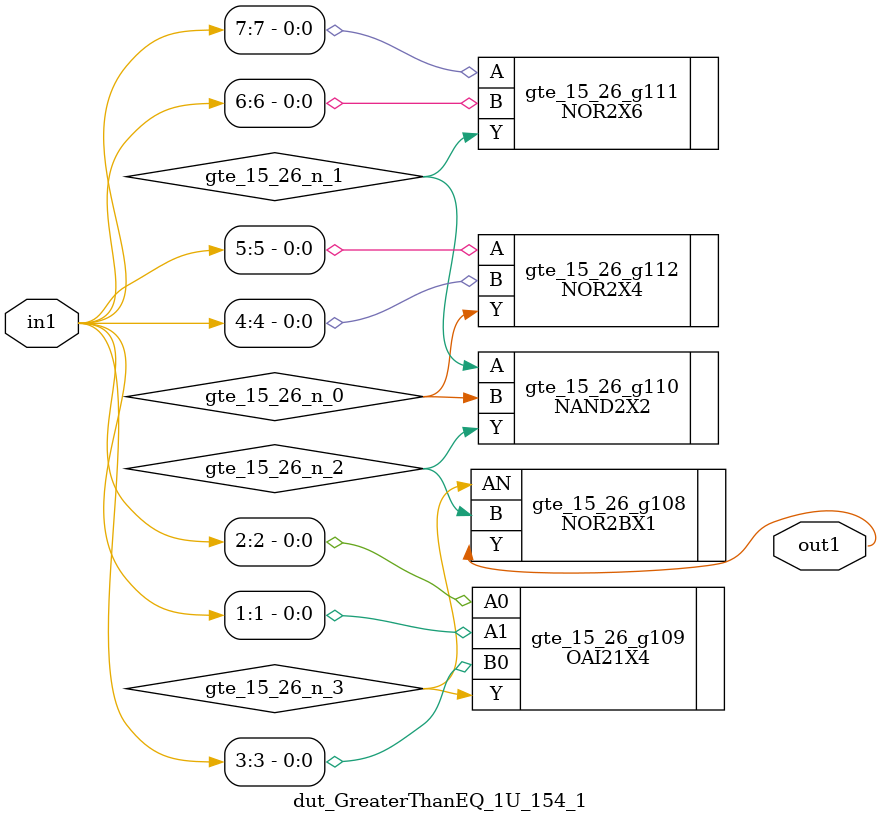
<source format=v>
`timescale 1ps / 1ps


module dut_GreaterThanEQ_1U_154_1(in1, out1);
  input [7:0] in1;
  output out1;
  wire [7:0] in1;
  wire out1;
  wire gte_15_26_n_0, gte_15_26_n_1, gte_15_26_n_2, gte_15_26_n_3;
  NOR2BX1 gte_15_26_g108(.AN (gte_15_26_n_3), .B (gte_15_26_n_2), .Y
       (out1));
  OAI21X4 gte_15_26_g109(.A0 (in1[2]), .A1 (in1[1]), .B0 (in1[3]), .Y
       (gte_15_26_n_3));
  NAND2X2 gte_15_26_g110(.A (gte_15_26_n_1), .B (gte_15_26_n_0), .Y
       (gte_15_26_n_2));
  NOR2X6 gte_15_26_g111(.A (in1[7]), .B (in1[6]), .Y (gte_15_26_n_1));
  NOR2X4 gte_15_26_g112(.A (in1[5]), .B (in1[4]), .Y (gte_15_26_n_0));
endmodule



</source>
